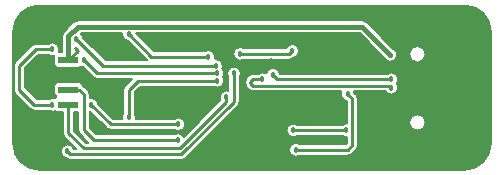
<source format=gbl>
G04 Layer: BottomLayer*
G04 EasyEDA Pro v2.0.15, 2023-03-15 12:21:30*
G04 Gerber Generator version 0.3*
G04 Scale: 100 percent, Rotated: No, Reflected: No*
G04 Dimensions in millimeters*
G04 Leading zeros omitted, absolute positions, 3 integers and 3 decimals*
%FSLAX33Y33*%
%MOMM*%
%ADD999C,0.2032*%
%ADD10R,1.699997X0.599999*%
%ADD11R,2.699995X0.999998*%
%ADD12O,1.799996X1.199998*%
%ADD13O,1.999996X1.199998*%
%ADD14C,0.4572*%
%ADD15C,0.2548*%
%ADD16C,0.254*%
%ADD17C,0.381*%
G75*


G04 Copper Start*
G36*
G01X14732Y-32916D02*
G02X12550Y-30734I0J2182D01*
G01Y-21209D01*
G02X14732Y-19027I2182J0D01*
G01X50800D01*
G02X52982Y-21209I0J-2182D01*
G01Y-30734D01*
G02X50800Y-32916I-2182J0D01*
G01X14732D01*
G37*
%LPC*%
G36*
G01X26797Y-32108D02*
G03X27140Y-31966I0J485D01*
G01X31585Y-27521D01*
G03X31727Y-27178I-343J343D01*
G01Y-25095D01*
G03X31829Y-24765I-485J330D01*
G03X31242Y-24178I-587J0D01*
G03X30655Y-24765I0J-587D01*
G03X30757Y-25095I587J0D01*
G01Y-26230D01*
G03X30607Y-26210I-150J-567D01*
G03X30020Y-26797I0J-587D01*
G03X30069Y-27030I587J0D01*
G01X26988Y-30111D01*
G03X26484Y-29825I-504J-301D01*
G03X26154Y-29927I0J-587D01*
G01X19564D01*
G01X19027Y-29390D01*
G01Y-27999D01*
G03X19067Y-28008I150J567D01*
G01X20485Y-29426D01*
G03X20828Y-29568I343J343D01*
G01X26213D01*
G03X26543Y-29670I330J485D01*
G03X27130Y-29083I0J587D01*
G03X26543Y-28496I-587J0D01*
G03X26213Y-28598I0J-587D01*
G01X22919D01*
G03X22939Y-28448I-567J150D01*
G03X22837Y-28118I-587J0D01*
G01Y-26363D01*
G01X23315Y-25885D01*
G01X29515D01*
G03X29845Y-25987I330J485D01*
G03X30432Y-25400I0J587D01*
G03X30338Y-25082I-587J0D01*
G03X30432Y-24765I-493J318D01*
G03X30261Y-24352I-587J0D01*
G03X30305Y-24130I-543J222D01*
G03X29718Y-23543I-587J0D01*
G03X29641Y-23548I0J-587D01*
G03X29670Y-23368I-558J180D01*
G03X29083Y-22781I-587J0D01*
G03X28753Y-22883I0J-587D01*
G01X24458D01*
G01X22952Y-21377D01*
G01X41880D01*
G01X43955Y-23451D01*
G03X44490Y-23797I535J241D01*
G03X45077Y-23210I0J587D01*
G03X44731Y-22675I-587J0D01*
G01X42495Y-20440D01*
G03X42107Y-20279I-388J-388D01*
G01X18034D01*
G03X17646Y-20440I0J-549D01*
G01X16834Y-21252D01*
G03X16673Y-21640I388J-388D01*
G01Y-22994D01*
G01X16401D01*
G03X16462Y-22733I-526J261D01*
G03X15875Y-22146I-587J0D01*
G03X15545Y-22248I0J-587D01*
G01X14478D01*
G03X14135Y-22390I0J-485D01*
G01X12738Y-23787D01*
G03X12596Y-24130I343J-343D01*
G01Y-26162D01*
G03X12738Y-26505I485J0D01*
G01X14008Y-27775D01*
G03X14351Y-27917I343J343D01*
G01X15545D01*
G03X15875Y-28019I330J485D01*
G03X16126Y-27962I0J587D01*
G03X16372Y-28060I246J260D01*
G01X16737D01*
G01Y-29815D01*
G03X16879Y-30158I485J0D01*
G01X17859Y-31138D01*
G01X17684D01*
G03X17145Y-30782I-539J-231D01*
G03X16558Y-31369I0J-587D01*
G03X17035Y-31945I587J0D01*
G01X17056Y-31966D01*
G03X17399Y-32108I343J343D01*
G01X26797D01*
G37*
G36*
G01X35879Y-31242D02*
G03X36465Y-31829I587J0D01*
G03X36795Y-31727I0J587D01*
G01X40894D01*
G03X41237Y-31585I0J485D01*
G01X41618Y-31204D01*
G03X41760Y-30861I-343J343D01*
G01Y-26960D01*
G03X41618Y-26617I-485J0D01*
G01X41434Y-26433D01*
G03X41388Y-26292I-576J-110D01*
G01X44085D01*
G03X44577Y-26559I492J320D01*
G03X45164Y-25972I0J587D01*
G03X45048Y-25623I-587J0D01*
G03X45164Y-25273I-471J350D01*
G03X44577Y-24686I-587J0D01*
G03X44247Y-24788I0J-587D01*
G01X35126D01*
G01X35123Y-24785D01*
G03X34544Y-24293I-579J-94D01*
G03X33966Y-24776I0J-587D01*
G03X33655Y-24686I-311J-497D01*
G03X33325Y-24788I0J-587D01*
G01X32893D01*
G03X32550Y-24930I0J-485D01*
G01X32296Y-25184D01*
G03X32154Y-25527I343J-343D01*
G01Y-25552D01*
G03X32296Y-25895I485J0D01*
G01X32550Y-26149D01*
G03X32893Y-26292I343J343D01*
G01X40328D01*
G03X40271Y-26543I530J-251D01*
G03X40748Y-27119I587J0D01*
G01X40790Y-27161D01*
G01Y-29005D01*
G01X40767Y-29004D01*
G03X40437Y-29106I0J-587D01*
G01X36584D01*
G03X36254Y-29004I-330J-485D01*
G03X35667Y-29591I0J-587D01*
G03X36254Y-30178I587J0D01*
G03X36584Y-30076I0J587D01*
G01X40437D01*
G03X40767Y-30178I330J485D01*
G01X40790Y-30177D01*
G01Y-30660D01*
G01X40693Y-30757D01*
G01X36795D01*
G03X36465Y-30655I-330J-485D01*
G03X35879Y-31242I0J-587D01*
G37*
G36*
G01X31163Y-23114D02*
G03X31750Y-23701I587J0D01*
G03X32080Y-23599I0J587D01*
G01X35941D01*
G03X36284Y-23457I0J485D01*
G01X36305Y-23436D01*
G03X36782Y-22860I-110J576D01*
G03X36195Y-22273I-587J0D01*
G03X35656Y-22629I0J-587D01*
G01X32080D01*
G03X31750Y-22527I-330J-485D01*
G03X31163Y-23114I0J-587D01*
G37*
G36*
G01X46771Y-23853D02*
G03X47479Y-23145I0J708D01*
G03X46771Y-22437I-708J0D01*
G03X46063Y-23145I0J-708D01*
G03X46771Y-23853I708J0D01*
G37*
G36*
G01X46063Y-28925D02*
G03X46771Y-29633I708J0D01*
G03X47479Y-28925I0J708D01*
G03X46771Y-28217I-708J0D01*
G03X46063Y-28925I0J-708D01*
G37*
%LPD*%
G36*
G01X21765Y-28448D02*
G03X21785Y-28598I587J0D01*
G01X21029D01*
G01X19753Y-27322D01*
G03X19177Y-26845I-576J-110D01*
G03X19027Y-26865I0J-587D01*
G01Y-26543D01*
G03X18885Y-26200I-485J0D01*
G01X18494Y-25809D01*
G03X18413Y-25744I-343J-343D01*
G03X18072Y-25494I-341J-108D01*
G01X16372D01*
G03X16014Y-25852I0J-358D01*
G01Y-26452D01*
G03X16221Y-26777I358J0D01*
G03X16087Y-26885I151J-325D01*
G03X15875Y-26845I-212J-547D01*
G03X15545Y-26947I0J-587D01*
G01X14552D01*
G01X13566Y-25961D01*
G01Y-24331D01*
G01X14679Y-23218D01*
G01X15545D01*
G03X15875Y-23320I330J485D01*
G03X16017Y-23302I0J587D01*
G03X16014Y-23352I355J-50D01*
G01Y-23952D01*
G03X16372Y-24310I358J0D01*
G01X18072D01*
G03X18351Y-24177I0J358D01*
G03X18432Y-24198I191J555D01*
G01X19342Y-25108D01*
G03X19685Y-25250I343J343D01*
G01X22578D01*
G01X22009Y-25819D01*
G03X21867Y-26162I343J-343D01*
G01Y-28118D01*
G03X21765Y-28448I485J-330D01*
G37*
G36*
G01X18199Y-29934D02*
G01X18895Y-30630D01*
G01X18723D01*
G01X17707Y-29614D01*
G01Y-28060D01*
G01X18057D01*
G01Y-29591D01*
G03X18199Y-29934I485J0D01*
G37*
G36*
G01X20394Y-23645D02*
G01X18483Y-21734D01*
G03X18262Y-21377I-576J-110D01*
G01X21772D01*
G03X21765Y-21463I580J-86D01*
G03X22242Y-22039I587J0D01*
G01X23848Y-23645D01*
G01X20394D01*
G37*
G54D999*
G01X14732Y-32916D02*
G02X12550Y-30734I0J2182D01*
G01Y-21209D01*
G02X14732Y-19027I2182J0D01*
G01X50800D01*
G02X52982Y-21209I0J-2182D01*
G01Y-30734D01*
G02X50800Y-32916I-2182J0D01*
G01X14732D01*
G01X26797Y-32108D02*
G03X27140Y-31966I0J485D01*
G01X31585Y-27521D01*
G03X31727Y-27178I-343J343D01*
G01Y-25095D01*
G03X31829Y-24765I-485J330D01*
G03X31242Y-24178I-587J0D01*
G03X30655Y-24765I0J-587D01*
G03X30757Y-25095I587J0D01*
G01Y-26230D01*
G03X30607Y-26210I-150J-567D01*
G03X30020Y-26797I0J-587D01*
G03X30069Y-27030I587J0D01*
G01X26988Y-30111D01*
G03X26484Y-29825I-504J-301D01*
G03X26154Y-29927I0J-587D01*
G01X19564D01*
G01X19027Y-29390D01*
G01Y-27999D01*
G03X19067Y-28008I150J567D01*
G01X20485Y-29426D01*
G03X20828Y-29568I343J343D01*
G01X26213D01*
G03X26543Y-29670I330J485D01*
G03X27130Y-29083I0J587D01*
G03X26543Y-28496I-587J0D01*
G03X26213Y-28598I0J-587D01*
G01X22919D01*
G03X22939Y-28448I-567J150D01*
G03X22837Y-28118I-587J0D01*
G01Y-26363D01*
G01X23315Y-25885D01*
G01X29515D01*
G03X29845Y-25987I330J485D01*
G03X30432Y-25400I0J587D01*
G03X30338Y-25082I-587J0D01*
G03X30432Y-24765I-493J318D01*
G03X30261Y-24352I-587J0D01*
G03X30305Y-24130I-543J222D01*
G03X29718Y-23543I-587J0D01*
G03X29641Y-23548I0J-587D01*
G03X29670Y-23368I-558J180D01*
G03X29083Y-22781I-587J0D01*
G03X28753Y-22883I0J-587D01*
G01X24458D01*
G01X22952Y-21377D01*
G01X41880D01*
G01X43955Y-23451D01*
G03X44490Y-23797I535J241D01*
G03X45077Y-23210I0J587D01*
G03X44731Y-22675I-587J0D01*
G01X42495Y-20440D01*
G03X42107Y-20279I-388J-388D01*
G01X18034D01*
G03X17646Y-20440I0J-549D01*
G01X16834Y-21252D01*
G03X16673Y-21640I388J-388D01*
G01Y-22994D01*
G01X16401D01*
G03X16462Y-22733I-526J261D01*
G03X15875Y-22146I-587J0D01*
G03X15545Y-22248I0J-587D01*
G01X14478D01*
G03X14135Y-22390I0J-485D01*
G01X12738Y-23787D01*
G03X12596Y-24130I343J-343D01*
G01Y-26162D01*
G03X12738Y-26505I485J0D01*
G01X14008Y-27775D01*
G03X14351Y-27917I343J343D01*
G01X15545D01*
G03X15875Y-28019I330J485D01*
G03X16126Y-27962I0J587D01*
G03X16372Y-28060I246J260D01*
G01X16737D01*
G01Y-29815D01*
G03X16879Y-30158I485J0D01*
G01X17859Y-31138D01*
G01X17684D01*
G03X17145Y-30782I-539J-231D01*
G03X16558Y-31369I0J-587D01*
G03X17035Y-31945I587J0D01*
G01X17056Y-31966D01*
G03X17399Y-32108I343J343D01*
G01X26797D01*
G01X35879Y-31242D02*
G03X36465Y-31829I587J0D01*
G03X36795Y-31727I0J587D01*
G01X40894D01*
G03X41237Y-31585I0J485D01*
G01X41618Y-31204D01*
G03X41760Y-30861I-343J343D01*
G01Y-26960D01*
G03X41618Y-26617I-485J0D01*
G01X41434Y-26433D01*
G03X41388Y-26292I-576J-110D01*
G01X44085D01*
G03X44577Y-26559I492J320D01*
G03X45164Y-25972I0J587D01*
G03X45048Y-25623I-587J0D01*
G03X45164Y-25273I-471J350D01*
G03X44577Y-24686I-587J0D01*
G03X44247Y-24788I0J-587D01*
G01X35126D01*
G01X35123Y-24785D01*
G03X34544Y-24293I-579J-94D01*
G03X33966Y-24776I0J-587D01*
G03X33655Y-24686I-311J-497D01*
G03X33325Y-24788I0J-587D01*
G01X32893D01*
G03X32550Y-24930I0J-485D01*
G01X32296Y-25184D01*
G03X32154Y-25527I343J-343D01*
G01Y-25552D01*
G03X32296Y-25895I485J0D01*
G01X32550Y-26149D01*
G03X32893Y-26292I343J343D01*
G01X40328D01*
G03X40271Y-26543I530J-251D01*
G03X40748Y-27119I587J0D01*
G01X40790Y-27161D01*
G01Y-29005D01*
G01X40767Y-29004D01*
G03X40437Y-29106I0J-587D01*
G01X36584D01*
G03X36254Y-29004I-330J-485D01*
G03X35667Y-29591I0J-587D01*
G03X36254Y-30178I587J0D01*
G03X36584Y-30076I0J587D01*
G01X40437D01*
G03X40767Y-30178I330J485D01*
G01X40790Y-30177D01*
G01Y-30660D01*
G01X40693Y-30757D01*
G01X36795D01*
G03X36465Y-30655I-330J-485D01*
G03X35879Y-31242I0J-587D01*
G01X31163Y-23114D02*
G03X31750Y-23701I587J0D01*
G03X32080Y-23599I0J587D01*
G01X35941D01*
G03X36284Y-23457I0J485D01*
G01X36305Y-23436D01*
G03X36782Y-22860I-110J576D01*
G03X36195Y-22273I-587J0D01*
G03X35656Y-22629I0J-587D01*
G01X32080D01*
G03X31750Y-22527I-330J-485D01*
G03X31163Y-23114I0J-587D01*
G01X46771Y-23853D02*
G03X47479Y-23145I0J708D01*
G03X46771Y-22437I-708J0D01*
G03X46063Y-23145I0J-708D01*
G03X46771Y-23853I708J0D01*
G01X46063Y-28925D02*
G03X46771Y-29633I708J0D01*
G03X47479Y-28925I0J708D01*
G03X46771Y-28217I-708J0D01*
G03X46063Y-28925I0J-708D01*
G01X21765Y-28448D02*
G03X21785Y-28598I587J0D01*
G01X21029D01*
G01X19753Y-27322D01*
G03X19177Y-26845I-576J-110D01*
G03X19027Y-26865I0J-587D01*
G01Y-26543D01*
G03X18885Y-26200I-485J0D01*
G01X18494Y-25809D01*
G03X18413Y-25744I-343J-343D01*
G03X18072Y-25494I-341J-108D01*
G01X16372D01*
G03X16014Y-25852I0J-358D01*
G01Y-26452D01*
G03X16221Y-26777I358J0D01*
G03X16087Y-26885I151J-325D01*
G03X15875Y-26845I-212J-547D01*
G03X15545Y-26947I0J-587D01*
G01X14552D01*
G01X13566Y-25961D01*
G01Y-24331D01*
G01X14679Y-23218D01*
G01X15545D01*
G03X15875Y-23320I330J485D01*
G03X16017Y-23302I0J587D01*
G03X16014Y-23352I355J-50D01*
G01Y-23952D01*
G03X16372Y-24310I358J0D01*
G01X18072D01*
G03X18351Y-24177I0J358D01*
G03X18432Y-24198I191J555D01*
G01X19342Y-25108D01*
G03X19685Y-25250I343J343D01*
G01X22578D01*
G01X22009Y-25819D01*
G03X21867Y-26162I343J-343D01*
G01Y-28118D01*
G03X21765Y-28448I485J-330D01*
G01X18199Y-29934D02*
G01X18895Y-30630D01*
G01X18723D01*
G01X17707Y-29614D01*
G01Y-28060D01*
G01X18057D01*
G01Y-29591D01*
G03X18199Y-29934I485J0D01*
G01X20394Y-23645D02*
G01X18483Y-21734D01*
G03X18262Y-21377I-576J-110D01*
G01X21772D01*
G03X21765Y-21463I580J-86D01*
G03X22242Y-22039I587J0D01*
G01X23848Y-23645D01*
G01X20394D01*
G04 Copper End*

G04 Pad Start*
G54D10*
G01X17222Y-23652D03*
G01X17222Y-24902D03*
G01X17222Y-26152D03*
G01X17222Y-27402D03*
G54D11*
G01X14020Y-21802D03*
G01X14020Y-29252D03*
G54D12*
G01X50421Y-30355D03*
G01X50421Y-21715D03*
G54D13*
G01X46241Y-21715D03*
G01X46241Y-30355D03*
G04 Pad End*

G04 Via Start*
G54D14*
G01X33655Y-25273D03*
G01X28448Y-31115D03*
G01X20701Y-25781D03*
G01X13970Y-20320D03*
G01X42418Y-23876D03*
G01X34417Y-23749D03*
G01X36195Y-22860D03*
G01X22352Y-28448D03*
G01X15875Y-22733D03*
G01X15875Y-27432D03*
G01X31750Y-23114D03*
G01X36465Y-31242D03*
G01X40858Y-26543D03*
G01X30607Y-26797D03*
G01X29845Y-25400D03*
G01X31242Y-24765D03*
G01X29845Y-24765D03*
G01X18542Y-23622D03*
G01X17907Y-21844D03*
G01X29718Y-24130D03*
G01X29083Y-23368D03*
G01X22352Y-21463D03*
G01X44577Y-25273D03*
G01X44577Y-25972D03*
G01X44490Y-23210D03*
G01X26543Y-29083D03*
G01X19177Y-27432D03*
G01X15494Y-24892D03*
G01X17907Y-28829D03*
G01X32512Y-26797D03*
G01X22479Y-22987D03*
G01X29083Y-27051D03*
G01X17145Y-31369D03*
G01X13589Y-31115D03*
G01X34544Y-24879D03*
G01X32754Y-32258D03*
G01X34254Y-32258D03*
G01X26484Y-30412D03*
G01X40767Y-29591D03*
G01X36254Y-29591D03*
G01X26797Y-22352D03*
G01X39751Y-21844D03*
G01X37084Y-30353D03*
G04 Via End*

G04 Track Start*
G54D16*
G01X18552Y-24902D02*
G01X19050Y-25400D01*
G01X17222Y-24902D02*
G01X18552Y-24902D01*
G01X22352Y-28448D02*
G01X22352Y-26162D01*
G01X23114Y-25400D02*
G01X22352Y-26162D01*
G01X40894Y-31242D02*
G01X36465Y-31242D01*
G01X41275Y-30861D02*
G01X40894Y-31242D01*
G01X41275Y-26960D02*
G01X41275Y-30861D01*
G01X40858Y-26543D02*
G01X41275Y-26960D01*
G01X31242Y-24765D02*
G01X31242Y-27178D01*
G01X29845Y-25400D02*
G01X23114Y-25400D01*
G01X20193Y-24130D02*
G01X17907Y-21844D01*
G01X29718Y-24130D02*
G01X20193Y-24130D01*
G01X24257Y-23368D02*
G01X22352Y-21463D01*
G01X29083Y-23368D02*
G01X24257Y-23368D01*
G01X29845Y-24765D02*
G01X19685Y-24765D01*
G01X18542Y-23622D01*
G01X44411Y-25806D02*
G01X44577Y-25972D01*
G01X32893Y-25806D02*
G01X44411Y-25806D01*
G01X32639Y-25552D02*
G01X32893Y-25806D01*
G54D17*
G01X17222Y-21640D02*
G01X17222Y-23652D01*
G01X18034Y-20828D02*
G01X17222Y-21640D01*
G01X44490Y-23210D02*
G01X42107Y-20828D01*
G01X18034D01*
G54D16*
G01X33655Y-25273D02*
G01X32893Y-25273D01*
G01X32639Y-25527D01*
G01Y-25552D01*
G01X36195Y-22860D02*
G01X35941Y-23114D01*
G01X31750D01*
G01X17222Y-29815D02*
G01X17222Y-27402D01*
G01X18151Y-26152D02*
G01X17222Y-26152D01*
G01X18542Y-26543D02*
G01X18151Y-26152D01*
G01X18542Y-29591D02*
G01X18542Y-26543D01*
G01X20828Y-29083D02*
G01X19177Y-27432D01*
G01X26543Y-29083D02*
G01X20828Y-29083D01*
G01X17222Y-24902D02*
G01X15504Y-24902D01*
G01X15494Y-24892D01*
G01X17222Y-23652D02*
G01X18014Y-22860D01*
G01Y-22840D01*
G01X17780Y-22606D01*
G01X15875Y-22733D02*
G01X14478Y-22733D01*
G01X14351Y-27432D02*
G01X15875Y-27432D01*
G01X14478Y-22733D02*
G01X13081Y-24130D01*
G01Y-26162D01*
G01X14351Y-27432D01*
G01X34925Y-25273D02*
G01X44577Y-25273D01*
G01X34544Y-24892D02*
G01X34925Y-25273D01*
G01X19363Y-30412D02*
G01X18542Y-29591D01*
G01X26484Y-30412D02*
G01X19363Y-30412D01*
G01X17145Y-31369D02*
G01X17399Y-31623D01*
G01X26797D01*
G01X31242Y-27178D01*
G01X18522Y-31115D02*
G01X17222Y-29815D01*
G01X30607Y-26797D02*
G01X30607Y-27178D01*
G01X26670Y-31115D01*
G01X18522D01*
G01X36254Y-29591D02*
G01X40767Y-29591D01*
G04 Track End*

M02*

</source>
